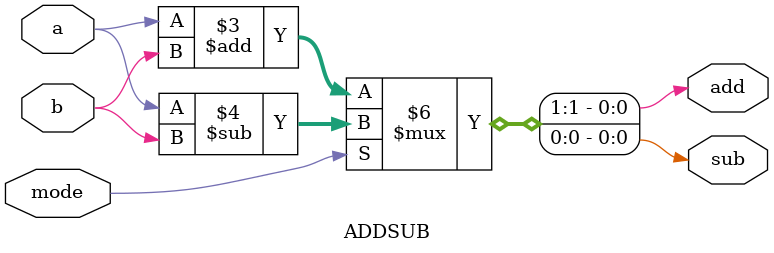
<source format=v>
module ADDSUB(
    input a,
    input b,
    input mode,
    output reg add,
    output reg sub
);
always @(*)
begin
    if(mode==1'b0)
    begin
     {add,sub}= a+b;
    end
     else
     begin
     {add,sub}= a-b;
     end
end 
endmodule

</source>
